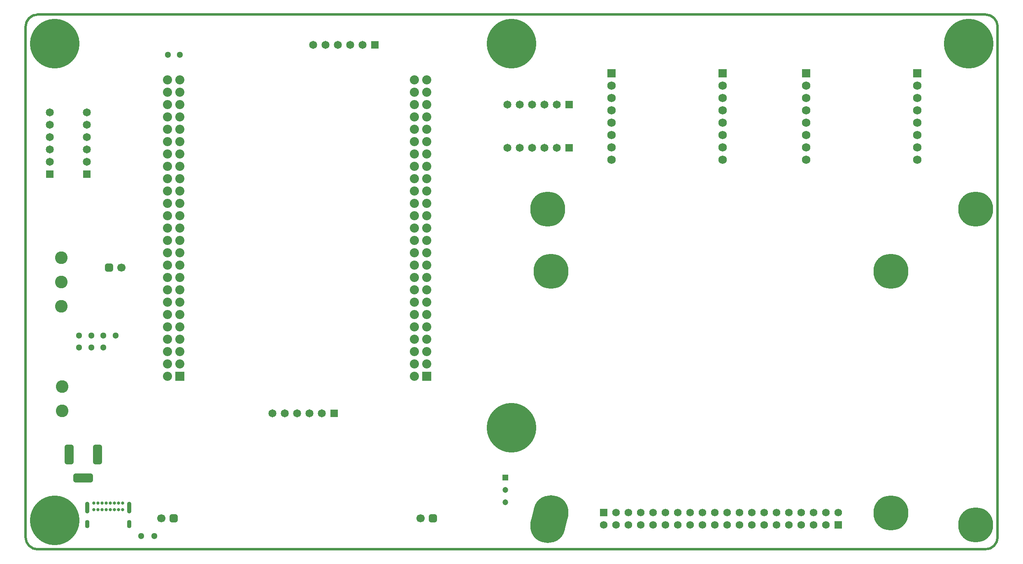
<source format=gbs>
G04*
G04 #@! TF.GenerationSoftware,Altium Limited,Altium Designer,25.5.2 (35)*
G04*
G04 Layer_Color=16711935*
%FSLAX43Y43*%
%MOMM*%
G71*
G04*
G04 #@! TF.SameCoordinates,63F32C08-AF9D-475E-98F0-C5E4A992C089*
G04*
G04*
G04 #@! TF.FilePolarity,Negative*
G04*
G01*
G75*
%ADD18C,0.500*%
%ADD46C,2.600*%
G04:AMPARAMS|DCode=47|XSize=1.7mm|YSize=1.7mm|CornerRadius=0.45mm|HoleSize=0mm|Usage=FLASHONLY|Rotation=0.000|XOffset=0mm|YOffset=0mm|HoleType=Round|Shape=RoundedRectangle|*
%AMROUNDEDRECTD47*
21,1,1.700,0.800,0,0,0.0*
21,1,0.800,1.700,0,0,0.0*
1,1,0.900,0.400,-0.400*
1,1,0.900,-0.400,-0.400*
1,1,0.900,-0.400,0.400*
1,1,0.900,0.400,0.400*
%
%ADD47ROUNDEDRECTD47*%
%ADD48C,1.650*%
%ADD49R,1.650X1.650*%
%ADD50C,1.878*%
%ADD51C,1.751*%
%ADD52C,1.300*%
%ADD53R,1.751X1.751*%
%ADD54C,1.570*%
%ADD55R,1.570X1.570*%
G04:AMPARAMS|DCode=56|XSize=0.9mm|YSize=2.4mm|CornerRadius=0.45mm|HoleSize=0mm|Usage=FLASHONLY|Rotation=0.000|XOffset=0mm|YOffset=0mm|HoleType=Round|Shape=RoundedRectangle|*
%AMROUNDEDRECTD56*
21,1,0.900,1.500,0,0,0.0*
21,1,0.000,2.400,0,0,0.0*
1,1,0.900,0.000,-0.750*
1,1,0.900,0.000,-0.750*
1,1,0.900,0.000,0.750*
1,1,0.900,0.000,0.750*
%
%ADD56ROUNDEDRECTD56*%
%ADD57C,10.200*%
G04:AMPARAMS|DCode=58|XSize=0.9mm|YSize=1.7mm|CornerRadius=0.45mm|HoleSize=0mm|Usage=FLASHONLY|Rotation=0.000|XOffset=0mm|YOffset=0mm|HoleType=Round|Shape=RoundedRectangle|*
%AMROUNDEDRECTD58*
21,1,0.900,0.800,0,0,0.0*
21,1,0.000,1.700,0,0,0.0*
1,1,0.900,0.000,-0.400*
1,1,0.900,0.000,-0.400*
1,1,0.900,0.000,0.400*
1,1,0.900,0.000,0.400*
%
%ADD58ROUNDEDRECTD58*%
%ADD59C,0.650*%
G04:AMPARAMS|DCode=60|XSize=4.1mm|YSize=1.9mm|CornerRadius=0.5mm|HoleSize=0mm|Usage=FLASHONLY|Rotation=90.000|XOffset=0mm|YOffset=0mm|HoleType=Round|Shape=RoundedRectangle|*
%AMROUNDEDRECTD60*
21,1,4.100,0.900,0,0,90.0*
21,1,3.100,1.900,0,0,90.0*
1,1,1.000,0.450,1.550*
1,1,1.000,0.450,-1.550*
1,1,1.000,-0.450,-1.550*
1,1,1.000,-0.450,1.550*
%
%ADD60ROUNDEDRECTD60*%
%ADD61C,1.700*%
%ADD62R,1.878X1.878*%
%ADD63C,1.200*%
G04:AMPARAMS|DCode=64|XSize=9.901mm|YSize=7.2mm|CornerRadius=0mm|HoleSize=0mm|Usage=FLASHONLY|Rotation=75.800|XOffset=0mm|YOffset=0mm|HoleType=Round|Shape=Round|*
%AMOVALD64*
21,1,2.701,7.200,0.000,0.000,75.8*
1,1,7.200,-0.331,-1.309*
1,1,7.200,0.331,1.309*
%
%ADD64OVALD64*%

%ADD65C,7.200*%
%ADD66R,1.650X1.650*%
%ADD67R,1.200X1.200*%
G04:AMPARAMS|DCode=68|XSize=4.1mm|YSize=1.9mm|CornerRadius=0.5mm|HoleSize=0mm|Usage=FLASHONLY|Rotation=180.000|XOffset=0mm|YOffset=0mm|HoleType=Round|Shape=RoundedRectangle|*
%AMROUNDEDRECTD68*
21,1,4.100,0.900,0,0,180.0*
21,1,3.100,1.900,0,0,180.0*
1,1,1.000,-1.550,0.450*
1,1,1.000,1.550,0.450*
1,1,1.000,1.550,-0.450*
1,1,1.000,-1.550,-0.450*
%
%ADD68ROUNDEDRECTD68*%
D18*
X2500Y110000D02*
G03*
X-0Y107500I0J-2500D01*
G01*
X200000D02*
G03*
X197500Y110000I-2500J0D01*
G01*
X197500Y-0D02*
G03*
X200000Y2500I0J2500D01*
G01*
X0Y2500D02*
G03*
X2500Y0I2500J0D01*
G01*
X2500Y110000D02*
X197500Y110000D01*
X2500Y0D02*
X197500D01*
X-0Y107500D02*
X0Y2500D01*
X200000Y2500D02*
X200000Y107500D01*
D46*
X7381Y55006D02*
D03*
Y50006D02*
D03*
Y60006D02*
D03*
X7500Y28500D02*
D03*
Y33500D02*
D03*
D47*
X17185Y57975D02*
D03*
X30480Y6350D02*
D03*
X83820D02*
D03*
D48*
X109310Y82610D02*
D03*
X99150D02*
D03*
X104230D02*
D03*
X106770D02*
D03*
X101690D02*
D03*
X5000Y89850D02*
D03*
X12620D02*
D03*
X59130Y103750D02*
D03*
X99150Y91500D02*
D03*
X60960Y27940D02*
D03*
X5000Y87310D02*
D03*
X12620D02*
D03*
X58420Y27940D02*
D03*
X61670Y103750D02*
D03*
X101690Y91500D02*
D03*
X12620Y82230D02*
D03*
Y84770D02*
D03*
Y79690D02*
D03*
X106770Y91500D02*
D03*
X104230D02*
D03*
X109310D02*
D03*
X5000Y82230D02*
D03*
Y84770D02*
D03*
Y79690D02*
D03*
X66750Y103750D02*
D03*
X64210D02*
D03*
X69290D02*
D03*
X53340Y27940D02*
D03*
X55880D02*
D03*
X50800D02*
D03*
D49*
X111850Y82610D02*
D03*
X111850Y91500D02*
D03*
X71830Y103750D02*
D03*
X63500Y27940D02*
D03*
D50*
X80010Y81280D02*
D03*
X31750Y88900D02*
D03*
X29210Y91440D02*
D03*
X31750Y40640D02*
D03*
X29210D02*
D03*
X31750Y91440D02*
D03*
X80010Y78740D02*
D03*
X82550Y48260D02*
D03*
X29210Y38100D02*
D03*
X31750Y38100D02*
D03*
X82550Y81280D02*
D03*
X82550Y83820D02*
D03*
X31750Y63500D02*
D03*
Y53340D02*
D03*
X29210Y35560D02*
D03*
X29210Y96520D02*
D03*
X80010Y35560D02*
D03*
X82550Y40640D02*
D03*
X80010Y96520D02*
D03*
X31750Y96520D02*
D03*
X82550Y63500D02*
D03*
Y96520D02*
D03*
Y43180D02*
D03*
Y66040D02*
D03*
X29210Y58420D02*
D03*
X80010Y45720D02*
D03*
X82550Y78740D02*
D03*
X80010Y83820D02*
D03*
X31750Y50800D02*
D03*
X29210Y50800D02*
D03*
X82550Y60960D02*
D03*
X29210Y76200D02*
D03*
X82550Y58420D02*
D03*
X31750Y73660D02*
D03*
X29210Y68580D02*
D03*
X31750Y76200D02*
D03*
X31750Y71120D02*
D03*
X31750Y86360D02*
D03*
X29210Y66040D02*
D03*
X29210Y86360D02*
D03*
Y71120D02*
D03*
X31750Y68580D02*
D03*
X29210Y73660D02*
D03*
X31750Y58420D02*
D03*
Y81280D02*
D03*
X29210Y45720D02*
D03*
X31750Y83820D02*
D03*
X31750Y60960D02*
D03*
X29210Y81280D02*
D03*
X29210Y60960D02*
D03*
Y55880D02*
D03*
X31750Y55880D02*
D03*
X29210Y93980D02*
D03*
X31750Y93980D02*
D03*
X29210Y88900D02*
D03*
Y83820D02*
D03*
Y78740D02*
D03*
X31750Y78740D02*
D03*
Y66040D02*
D03*
X29210Y63500D02*
D03*
X29210Y53340D02*
D03*
X29210Y48260D02*
D03*
X31750Y48260D02*
D03*
Y45720D02*
D03*
X29210Y43180D02*
D03*
X31750D02*
D03*
X82550Y73660D02*
D03*
X80010Y68580D02*
D03*
X82550Y88900D02*
D03*
Y76200D02*
D03*
X82550Y71120D02*
D03*
X82550Y86360D02*
D03*
X80010Y66040D02*
D03*
X80010Y86360D02*
D03*
Y71120D02*
D03*
X82550Y68580D02*
D03*
X80010Y73660D02*
D03*
X80010Y60960D02*
D03*
X80010Y58420D02*
D03*
X80010Y55880D02*
D03*
X82550Y53340D02*
D03*
Y55880D02*
D03*
X80010Y93980D02*
D03*
X82550Y93980D02*
D03*
X80010Y91440D02*
D03*
X82550D02*
D03*
X80010Y88900D02*
D03*
Y76200D02*
D03*
X80010Y63500D02*
D03*
X80010Y53340D02*
D03*
X80010Y50800D02*
D03*
X82550Y50800D02*
D03*
X80010Y48260D02*
D03*
X82550Y45720D02*
D03*
X80010Y43180D02*
D03*
Y40640D02*
D03*
X80010Y38100D02*
D03*
X82550Y38100D02*
D03*
D51*
X183430Y87730D02*
D03*
X183430Y85190D02*
D03*
X160570Y82650D02*
D03*
X120570Y82650D02*
D03*
X143430Y80110D02*
D03*
X120570D02*
D03*
Y90270D02*
D03*
Y87730D02*
D03*
X143430Y82650D02*
D03*
X120570Y85190D02*
D03*
X143430Y90270D02*
D03*
Y92810D02*
D03*
X120570Y95350D02*
D03*
X143430Y87730D02*
D03*
X143430Y85190D02*
D03*
X143430Y95350D02*
D03*
X120570Y92810D02*
D03*
X183430Y82650D02*
D03*
X160570Y90270D02*
D03*
Y85190D02*
D03*
Y80110D02*
D03*
X183430D02*
D03*
X160570Y87730D02*
D03*
X183430Y92810D02*
D03*
Y90270D02*
D03*
X160570Y95350D02*
D03*
X183430D02*
D03*
X160570Y92810D02*
D03*
D52*
X18500Y44000D02*
D03*
X13500Y41500D02*
D03*
X16000Y44000D02*
D03*
X11000D02*
D03*
X13500D02*
D03*
X29250Y101750D02*
D03*
X26500Y2750D02*
D03*
X23750D02*
D03*
X16000Y41500D02*
D03*
X11000D02*
D03*
X31750Y101750D02*
D03*
D53*
X143430Y97890D02*
D03*
X120570D02*
D03*
X160570D02*
D03*
X183430D02*
D03*
D54*
X164661Y5009D02*
D03*
X118941D02*
D03*
X167201Y7539D02*
D03*
X121481D02*
D03*
X139261Y5009D02*
D03*
X136721D02*
D03*
X146881Y5009D02*
D03*
X159581Y5009D02*
D03*
X144341D02*
D03*
X134181Y5009D02*
D03*
X131641Y5009D02*
D03*
X129101D02*
D03*
X151961D02*
D03*
X141801D02*
D03*
X157041Y5009D02*
D03*
X149421Y5009D02*
D03*
X154501D02*
D03*
X121481Y5009D02*
D03*
X126561Y5009D02*
D03*
X162121D02*
D03*
X124021D02*
D03*
X146881Y7539D02*
D03*
X149421D02*
D03*
X139261Y7539D02*
D03*
X126561Y7539D02*
D03*
X141801D02*
D03*
X151961Y7539D02*
D03*
X154501Y7539D02*
D03*
X157041D02*
D03*
X134181D02*
D03*
X144341D02*
D03*
X129101Y7539D02*
D03*
X136721Y7539D02*
D03*
X131641D02*
D03*
X164661Y7539D02*
D03*
X159581Y7539D02*
D03*
X124021D02*
D03*
X162121D02*
D03*
D55*
X118941D02*
D03*
X167201Y5009D02*
D03*
D56*
X12675Y8545D02*
D03*
X21325D02*
D03*
D57*
X6000Y6000D02*
D03*
Y104000D02*
D03*
X100000Y25000D02*
D03*
Y104000D02*
D03*
X194000D02*
D03*
D58*
X12675Y5165D02*
D03*
X21325D02*
D03*
D59*
X14025Y8175D02*
D03*
X14025Y9525D02*
D03*
X19975Y8175D02*
D03*
X19975Y9525D02*
D03*
X14875Y9525D02*
D03*
X15725Y9525D02*
D03*
X16575D02*
D03*
X17425D02*
D03*
X18275D02*
D03*
X19125Y9525D02*
D03*
Y8175D02*
D03*
X18275D02*
D03*
X17425D02*
D03*
X16575D02*
D03*
X15725D02*
D03*
X14875D02*
D03*
D60*
X9000Y19500D02*
D03*
X14800D02*
D03*
D61*
X27940Y6350D02*
D03*
X81280D02*
D03*
X19725Y57975D02*
D03*
D62*
X31750Y35560D02*
D03*
X82550Y35560D02*
D03*
D63*
X98740Y9670D02*
D03*
Y12210D02*
D03*
D64*
X107750Y6250D02*
D03*
D65*
X195441Y5009D02*
D03*
X178066Y7509D02*
D03*
X108066Y57184D02*
D03*
X107441Y70009D02*
D03*
X178066Y57209D02*
D03*
X195441Y70009D02*
D03*
D66*
X12620Y77150D02*
D03*
X5000D02*
D03*
D67*
X98740Y14750D02*
D03*
D68*
X11800Y14700D02*
D03*
M02*

</source>
